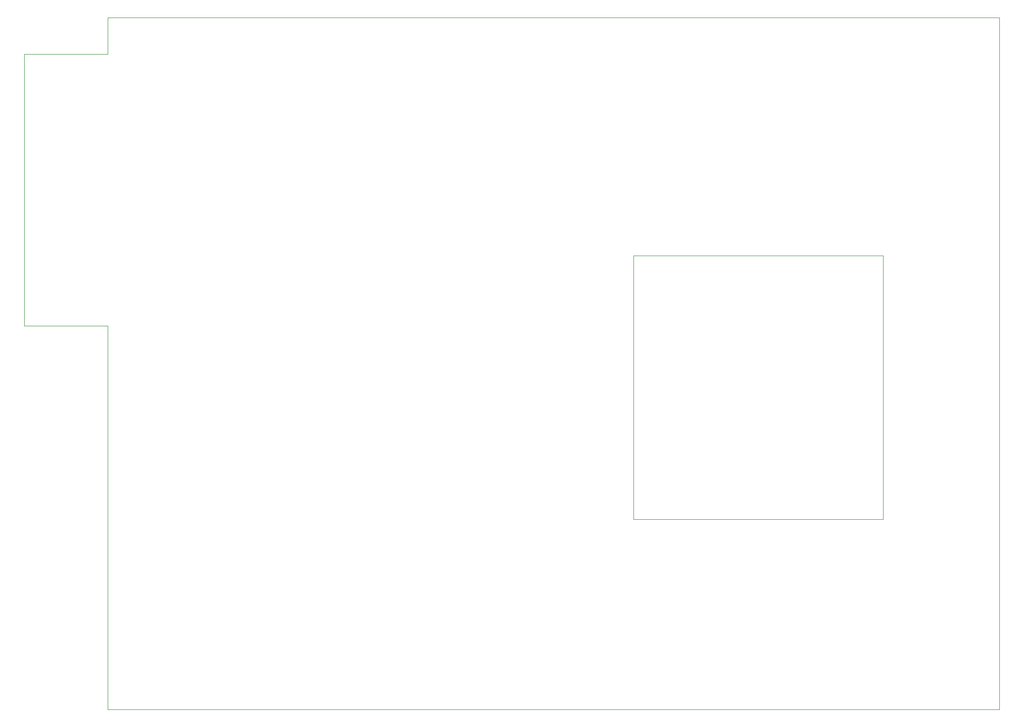
<source format=gko>
*%FSLAX23Y23*%
*%MOIN*%
G01*
D16*
X10855Y6911D02*
Y8762D01*
X13425Y10438D02*
Y5572D01*
X7162Y10180D02*
Y10438D01*
X6575Y10180D02*
Y8270D01*
X7162D02*
Y5572D01*
X12607Y6911D02*
Y8762D01*
X7162Y8270D02*
X6575D01*
X7162Y5572D02*
X13425D01*
Y10438D02*
X7162D01*
Y10180D02*
X6575D01*
X10855Y8762D02*
X12607D01*
Y6911D02*
X10855D01*
D02*
M02*

</source>
